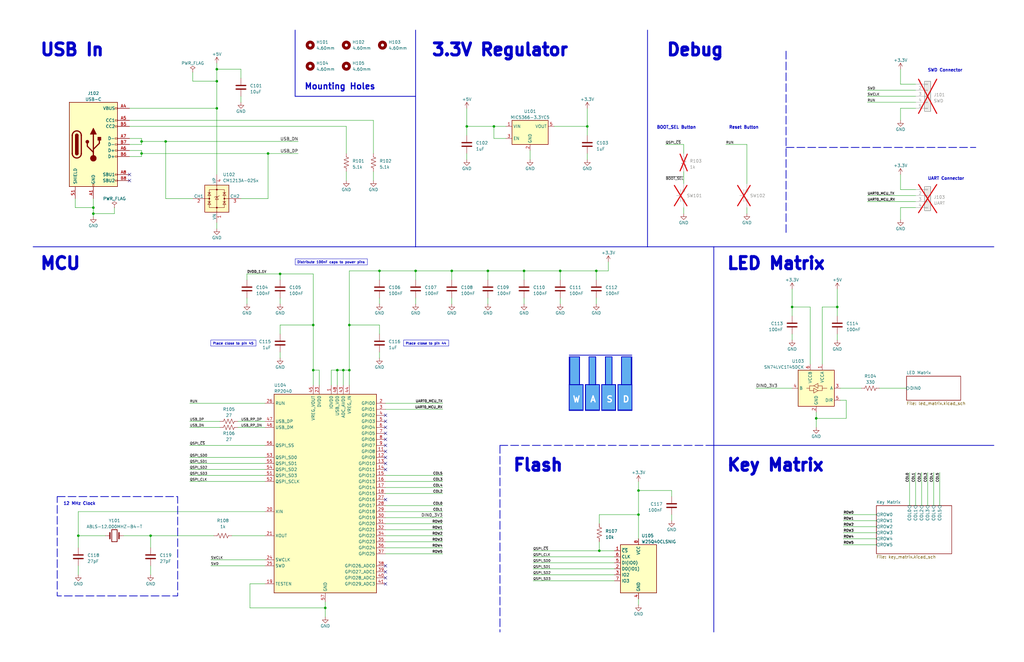
<source format=kicad_sch>
(kicad_sch (version 20230121) (generator eeschema)
  (paper "B")
  (title_block (title "Nifty Numpad") (date "2023-06-10") (rev "${REV}") (comment 1 "Isaac Rex"))
  (junction (at 251.46 114.3))
  (junction (at 132.08 137.16))
  (junction (at 160.02 114.3))
  (junction (at 247.65 53.34))
  (junction (at 142.24 156.21))
  (junction (at 196.85 53.34))
  (junction (at 269.24 207.01))
  (junction (at 91.44 45.72))
  (junction (at 144.78 156.21))
  (junction (at 334.01 129.54))
  (junction (at 63.5 226.06))
  (junction (at 33.02 226.06))
  (junction (at 147.32 137.16))
  (junction (at 91.44 29.21))
  (junction (at 118.11 115.57))
  (junction (at 236.22 114.3))
  (junction (at 59.69 64.77))
  (junction (at 91.44 34.29))
  (junction (at 252.73 232.41))
  (junction (at 220.98 114.3))
  (junction (at 39.37 87.63))
  (junction (at 147.32 156.21))
  (junction (at 208.28 53.34))
  (junction (at 269.24 217.17))
  (junction (at 344.17 176.53))
  (junction (at 59.69 59.69))
  (junction (at 353.06 129.54))
  (junction (at 132.08 156.21))
  (junction (at 39.37 90.17))
  (junction (at 113.03 64.77))
  (junction (at 190.5 114.3))
  (junction (at 175.26 114.3))
  (junction (at 205.74 114.3))
  (junction (at 69.85 59.69))
  (junction (at 137.16 256.54))
  (no_connect (at 54.61 73.66))
  (no_connect (at 162.56 198.12))
  (no_connect (at 162.56 187.96))
  (no_connect (at 162.56 182.88))
  (no_connect (at 162.56 190.5))
  (no_connect (at 162.56 210.82))
  (no_connect (at 162.56 193.04))
  (no_connect (at 162.56 180.34))
  (no_connect (at 162.56 246.38))
  (no_connect (at 162.56 238.76))
  (no_connect (at 162.56 177.8))
  (no_connect (at 54.61 76.2))
  (no_connect (at 162.56 195.58))
  (no_connect (at 162.56 243.84))
  (no_connect (at 162.56 185.42))
  (no_connect (at 162.56 241.3))
  (no_connect (at 162.56 175.26))
  (wire (pts (xy 100.33 180.34) (xy 111.76 180.34)))
  (wire (pts (xy 196.85 64.77) (xy 196.85 67.31)))
  (polyline (pts (xy 259.588 162.306) (xy 259.588 173.228)) (stroke (width 0.3048)))
  (wire (pts (xy 306.07 60.96) (xy 314.96 60.96)))
  (wire (pts (xy 69.85 83.82) (xy 81.28 83.82)))
  (polyline (pts (xy 252.73 162.306) (xy 252.73 173.228)) (stroke (width 0.3048)))
  (polyline (pts (xy 331.47 62.23) (xy 411.48 62.23)) (stroke (width 0.3048) (type dash)))
  (wire (pts (xy 59.69 60.96) (xy 54.61 60.96)))
  (wire (pts (xy 39.37 90.17) (xy 39.37 91.44)))
  (wire (pts (xy 353.06 140.97) (xy 353.06 143.51)))
  (wire (pts (xy 379.73 80.01) (xy 386.08 80.01)))
  (wire (pts (xy 147.32 137.16) (xy 160.02 137.16)))
  (wire (pts (xy 220.98 114.3) (xy 236.22 114.3)))
  (polyline (pts (xy 251.206 162.306) (xy 251.206 150.622)) (stroke (width 0.3048)))
  (wire (pts (xy 388.62 199.39) (xy 388.62 213.36)))
  (polyline (pts (xy 253.746 173.228) (xy 253.746 162.306)) (stroke (width 0.3048)))
  (wire (pts (xy 146.05 53.34) (xy 146.05 64.77)))
  (polyline (pts (xy 251.206 162.306) (xy 252.73 162.306)) (stroke (width 0.3048)))
  (wire (pts (xy 396.24 199.39) (xy 396.24 213.36)))
  (wire (pts (xy 344.17 173.99) (xy 344.17 176.53)))
  (wire (pts (xy 157.48 50.8) (xy 157.48 64.77)))
  (wire (pts (xy 113.03 64.77) (xy 113.03 83.82)))
  (wire (pts (xy 80.01 187.96) (xy 111.76 187.96)))
  (wire (pts (xy 54.61 45.72) (xy 91.44 45.72)))
  (wire (pts (xy 252.73 220.98) (xy 252.73 217.17)))
  (wire (pts (xy 132.08 137.16) (xy 132.08 156.21)))
  (wire (pts (xy 160.02 137.16) (xy 160.02 140.97)))
  (polyline (pts (xy 300.99 104.14) (xy 300.99 187.96)) (stroke (width 0.3048)))
  (polyline (pts (xy 240.03 173.228) (xy 245.872 173.228)) (stroke (width 0.3048)))
  (wire (pts (xy 224.79 245.11) (xy 259.08 245.11)))
  (wire (pts (xy 92.71 180.34) (xy 80.01 180.34)))
  (wire (pts (xy 190.5 114.3) (xy 190.5 118.11)))
  (wire (pts (xy 31.75 83.82) (xy 31.75 87.63)))
  (wire (pts (xy 69.85 59.69) (xy 125.73 59.69)))
  (wire (pts (xy 365.76 43.18) (xy 386.08 43.18)))
  (wire (pts (xy 314.96 60.96) (xy 314.96 77.47)))
  (wire (pts (xy 147.32 114.3) (xy 160.02 114.3)))
  (polyline (pts (xy 244.348 162.306) (xy 244.348 150.622)) (stroke (width 0.3048)))
  (wire (pts (xy 256.54 110.49) (xy 256.54 114.3)))
  (wire (pts (xy 134.62 162.56) (xy 134.62 156.21)))
  (wire (pts (xy 205.74 125.73) (xy 205.74 128.27)))
  (wire (pts (xy 104.14 118.11) (xy 104.14 115.57)))
  (wire (pts (xy 91.44 34.29) (xy 91.44 45.72)))
  (wire (pts (xy 186.69 228.6) (xy 162.56 228.6)))
  (polyline (pts (xy 175.26 104.14) (xy 273.05 104.14)) (stroke (width 0.3048)))
  (wire (pts (xy 59.69 59.69) (xy 59.69 60.96)))
  (wire (pts (xy 59.69 64.77) (xy 59.69 66.04)))
  (wire (pts (xy 353.06 129.54) (xy 353.06 133.35)))
  (polyline (pts (xy 240.03 150.622) (xy 240.03 173.228)) (stroke (width 0.3048)))
  (wire (pts (xy 48.26 90.17) (xy 39.37 90.17)))
  (wire (pts (xy 356.87 168.91) (xy 356.87 176.53)))
  (wire (pts (xy 118.11 148.59) (xy 118.11 151.13)))
  (polyline (pts (xy 300.99 187.96) (xy 210.82 187.96)) (stroke (width 0.3048) (type dash)))
  (wire (pts (xy 81.28 34.29) (xy 91.44 34.29)))
  (wire (pts (xy 59.69 64.77) (xy 113.03 64.77)))
  (wire (pts (xy 236.22 125.73) (xy 236.22 128.27)))
  (wire (pts (xy 269.24 203.2) (xy 269.24 207.01)))
  (wire (pts (xy 269.24 207.01) (xy 269.24 217.17)))
  (wire (pts (xy 54.61 63.5) (xy 59.69 63.5)))
  (wire (pts (xy 365.76 38.1) (xy 386.08 38.1)))
  (wire (pts (xy 186.69 226.06) (xy 162.56 226.06)))
  (wire (pts (xy 118.11 137.16) (xy 132.08 137.16)))
  (wire (pts (xy 69.85 59.69) (xy 69.85 83.82)))
  (wire (pts (xy 118.11 115.57) (xy 118.11 118.11)))
  (wire (pts (xy 383.54 199.39) (xy 383.54 213.36)))
  (wire (pts (xy 63.5 226.06) (xy 63.5 231.14)))
  (polyline (pts (xy 124.46 12.7) (xy 124.46 40.64)) (stroke (width 0.3048)))
  (wire (pts (xy 334.01 129.54) (xy 334.01 133.35)))
  (wire (pts (xy 355.6 222.25) (xy 369.57 222.25)))
  (wire (pts (xy 220.98 114.3) (xy 220.98 118.11)))
  (wire (pts (xy 365.76 40.64) (xy 386.08 40.64)))
  (wire (pts (xy 190.5 125.73) (xy 190.5 128.27)))
  (wire (pts (xy 205.74 114.3) (xy 205.74 118.11)))
  (wire (pts (xy 162.56 172.72) (xy 186.69 172.72)))
  (wire (pts (xy 186.69 205.74) (xy 162.56 205.74)))
  (wire (pts (xy 142.24 156.21) (xy 144.78 156.21)))
  (polyline (pts (xy 266.446 173.228) (xy 260.604 173.228)) (stroke (width 0.3048)))
  (wire (pts (xy 137.16 254) (xy 137.16 256.54)))
  (wire (pts (xy 251.46 114.3) (xy 256.54 114.3)))
  (wire (pts (xy 283.21 217.17) (xy 283.21 219.71)))
  (wire (pts (xy 147.32 137.16) (xy 147.32 156.21)))
  (wire (pts (xy 233.68 53.34) (xy 247.65 53.34)))
  (wire (pts (xy 97.79 226.06) (xy 111.76 226.06)))
  (polyline (pts (xy 246.888 173.228) (xy 246.888 162.306)) (stroke (width 0.3048)))
  (wire (pts (xy 111.76 246.38) (xy 105.41 246.38)))
  (wire (pts (xy 355.6 217.17) (xy 369.57 217.17)))
  (wire (pts (xy 288.29 87.63) (xy 288.29 90.17)))
  (wire (pts (xy 186.69 223.52) (xy 162.56 223.52)))
  (wire (pts (xy 280.67 60.96) (xy 288.29 60.96)))
  (wire (pts (xy 391.16 199.39) (xy 391.16 213.36)))
  (polyline (pts (xy 266.446 150.622) (xy 266.446 173.228)) (stroke (width 0.3048)))
  (wire (pts (xy 365.76 85.09) (xy 386.08 85.09)))
  (wire (pts (xy 186.69 233.68) (xy 162.56 233.68)))
  (wire (pts (xy 334.01 121.92) (xy 334.01 129.54)))
  (wire (pts (xy 354.33 163.83) (xy 363.22 163.83)))
  (wire (pts (xy 288.29 64.77) (xy 288.29 60.96)))
  (wire (pts (xy 224.79 234.95) (xy 259.08 234.95)))
  (wire (pts (xy 33.02 238.76) (xy 33.02 242.57)))
  (wire (pts (xy 269.24 207.01) (xy 283.21 207.01)))
  (wire (pts (xy 213.36 58.42) (xy 208.28 58.42)))
  (polyline (pts (xy 240.03 149.86) (xy 266.446 149.86)) (stroke (width 0.3048)))
  (wire (pts (xy 101.6 40.64) (xy 101.6 43.18)))
  (wire (pts (xy 59.69 66.04) (xy 54.61 66.04)))
  (polyline (pts (xy 260.604 162.306) (xy 262.128 162.306)) (stroke (width 0.3048)))
  (polyline (pts (xy 258.064 162.306) (xy 259.588 162.306)) (stroke (width 0.3048)))
  (wire (pts (xy 334.01 129.54) (xy 341.63 129.54)))
  (wire (pts (xy 80.01 195.58) (xy 111.76 195.58)))
  (wire (pts (xy 386.08 199.39) (xy 386.08 213.36)))
  (wire (pts (xy 196.85 53.34) (xy 196.85 57.15)))
  (wire (pts (xy 88.9 238.76) (xy 111.76 238.76)))
  (wire (pts (xy 105.41 246.38) (xy 105.41 256.54)))
  (wire (pts (xy 213.36 53.34) (xy 208.28 53.34)))
  (wire (pts (xy 157.48 72.39) (xy 157.48 76.2)))
  (polyline (pts (xy 273.05 12.7) (xy 273.05 104.14)) (stroke (width 0.3048)))
  (wire (pts (xy 39.37 87.63) (xy 39.37 90.17)))
  (polyline (pts (xy 246.888 162.306) (xy 248.412 162.306)) (stroke (width 0.3048)))
  (wire (pts (xy 134.62 156.21) (xy 132.08 156.21)))
  (wire (pts (xy 186.69 203.2) (xy 162.56 203.2)))
  (wire (pts (xy 236.22 114.3) (xy 236.22 118.11)))
  (wire (pts (xy 160.02 114.3) (xy 160.02 118.11)))
  (wire (pts (xy 104.14 115.57) (xy 118.11 115.57)))
  (wire (pts (xy 341.63 129.54) (xy 341.63 153.67)))
  (wire (pts (xy 54.61 58.42) (xy 59.69 58.42)))
  (wire (pts (xy 252.73 217.17) (xy 269.24 217.17)))
  (wire (pts (xy 33.02 226.06) (xy 33.02 215.9)))
  (wire (pts (xy 186.69 213.36) (xy 162.56 213.36)))
  (wire (pts (xy 346.71 129.54) (xy 346.71 153.67)))
  (wire (pts (xy 224.79 242.57) (xy 259.08 242.57)))
  (wire (pts (xy 104.14 125.73) (xy 104.14 128.27)))
  (wire (pts (xy 48.26 87.63) (xy 48.26 90.17)))
  (wire (pts (xy 355.6 224.79) (xy 369.57 224.79)))
  (polyline (pts (xy 331.47 21.59) (xy 331.47 99.06)) (stroke (width 0.3048) (type dash)))
  (wire (pts (xy 160.02 148.59) (xy 160.02 151.13)))
  (wire (pts (xy 88.9 236.22) (xy 111.76 236.22)))
  (wire (pts (xy 314.96 87.63) (xy 314.96 90.17)))
  (wire (pts (xy 105.41 256.54) (xy 137.16 256.54)))
  (wire (pts (xy 54.61 50.8) (xy 157.48 50.8)))
  (wire (pts (xy 162.56 218.44) (xy 186.69 218.44)))
  (wire (pts (xy 91.44 29.21) (xy 91.44 34.29)))
  (wire (pts (xy 80.01 193.04) (xy 111.76 193.04)))
  (wire (pts (xy 354.33 168.91) (xy 356.87 168.91)))
  (wire (pts (xy 54.61 53.34) (xy 146.05 53.34)))
  (wire (pts (xy 186.69 200.66) (xy 162.56 200.66)))
  (wire (pts (xy 386.08 45.72) (xy 379.73 45.72)))
  (wire (pts (xy 137.16 256.54) (xy 137.16 260.35)))
  (wire (pts (xy 334.01 140.97) (xy 334.01 143.51)))
  (polyline (pts (xy 245.872 162.306) (xy 244.348 162.306)) (stroke (width 0.3048)))
  (wire (pts (xy 144.78 156.21) (xy 144.78 162.56)))
  (wire (pts (xy 118.11 115.57) (xy 132.08 115.57)))
  (wire (pts (xy 186.69 215.9) (xy 162.56 215.9)))
  (wire (pts (xy 160.02 125.73) (xy 160.02 128.27)))
  (wire (pts (xy 269.24 217.17) (xy 269.24 227.33)))
  (wire (pts (xy 379.73 29.21) (xy 379.73 35.56)))
  (polyline (pts (xy 248.412 162.306) (xy 248.412 150.622)) (stroke (width 0.3048)))
  (polyline (pts (xy 175.26 12.7) (xy 175.26 104.14)) (stroke (width 0.3048)))
  (wire (pts (xy 370.84 163.83) (xy 382.27 163.83)))
  (polyline (pts (xy 260.604 173.228) (xy 260.604 162.306)) (stroke (width 0.3048)))
  (wire (pts (xy 186.69 231.14) (xy 162.56 231.14)))
  (wire (pts (xy 59.69 59.69) (xy 69.85 59.69)))
  (wire (pts (xy 33.02 215.9) (xy 111.76 215.9)))
  (wire (pts (xy 91.44 93.98) (xy 91.44 96.52)))
  (polyline (pts (xy 300.99 187.96) (xy 419.1 187.96)) (stroke (width 0.3048)))
  (polyline (pts (xy 300.99 187.96) (xy 300.99 266.7)) (stroke (width 0.3048)))
  (wire (pts (xy 160.02 114.3) (xy 175.26 114.3)))
  (wire (pts (xy 132.08 115.57) (xy 132.08 137.16)))
  (wire (pts (xy 80.01 198.12) (xy 111.76 198.12)))
  (wire (pts (xy 33.02 226.06) (xy 44.45 226.06)))
  (wire (pts (xy 186.69 220.98) (xy 162.56 220.98)))
  (wire (pts (xy 365.76 82.55) (xy 386.08 82.55)))
  (wire (pts (xy 175.26 114.3) (xy 175.26 118.11)))
  (wire (pts (xy 393.7 199.39) (xy 393.7 213.36)))
  (wire (pts (xy 146.05 72.39) (xy 146.05 76.2)))
  (wire (pts (xy 142.24 156.21) (xy 142.24 162.56)))
  (wire (pts (xy 101.6 33.02) (xy 101.6 29.21)))
  (wire (pts (xy 113.03 83.82) (xy 101.6 83.82)))
  (polyline (pts (xy 13.97 104.14) (xy 175.26 104.14)) (stroke (width 0.3048)))
  (wire (pts (xy 81.28 30.48) (xy 81.28 34.29)))
  (wire (pts (xy 379.73 87.63) (xy 379.73 92.71)))
  (wire (pts (xy 247.65 64.77) (xy 247.65 67.31)))
  (polyline (pts (xy 252.73 173.228) (xy 246.888 173.228)) (stroke (width 0.3048)))
  (wire (pts (xy 247.65 45.72) (xy 247.65 53.34)))
  (wire (pts (xy 63.5 226.06) (xy 90.17 226.06)))
  (wire (pts (xy 379.73 73.66) (xy 379.73 80.01)))
  (polyline (pts (xy 258.064 162.306) (xy 258.064 150.622)) (stroke (width 0.3048)))
  (polyline (pts (xy 210.82 187.96) (xy 210.82 266.7)) (stroke (width 0.3048) (type dash)))
  (wire (pts (xy 80.01 203.2) (xy 111.76 203.2)))
  (wire (pts (xy 346.71 129.54) (xy 353.06 129.54)))
  (wire (pts (xy 355.6 219.71) (xy 369.57 219.71)))
  (wire (pts (xy 224.79 237.49) (xy 259.08 237.49)))
  (wire (pts (xy 236.22 114.3) (xy 251.46 114.3)))
  (polyline (pts (xy 273.05 104.14) (xy 419.1 104.14)) (stroke (width 0.3048)))
  (wire (pts (xy 33.02 231.14) (xy 33.02 226.06)))
  (wire (pts (xy 247.65 53.34) (xy 247.65 57.15)))
  (wire (pts (xy 100.33 177.8) (xy 111.76 177.8)))
  (polyline (pts (xy 255.27 162.306) (xy 255.27 150.622)) (stroke (width 0.3048)))
  (wire (pts (xy 113.03 64.77) (xy 125.73 64.77)))
  (wire (pts (xy 132.08 156.21) (xy 132.08 162.56)))
  (wire (pts (xy 59.69 58.42) (xy 59.69 59.69)))
  (wire (pts (xy 252.73 232.41) (xy 259.08 232.41)))
  (wire (pts (xy 251.46 125.73) (xy 251.46 128.27)))
  (polyline (pts (xy 248.412 150.622) (xy 251.206 150.622)) (stroke (width 0.3048)))
  (wire (pts (xy 386.08 35.56) (xy 379.73 35.56)))
  (polyline (pts (xy 259.588 173.228) (xy 253.746 173.228)) (stroke (width 0.3048)))
  (wire (pts (xy 224.79 232.41) (xy 252.73 232.41)))
  (wire (pts (xy 353.06 121.92) (xy 353.06 129.54)))
  (wire (pts (xy 186.69 208.28) (xy 162.56 208.28)))
  (wire (pts (xy 205.74 114.3) (xy 220.98 114.3)))
  (wire (pts (xy 220.98 125.73) (xy 220.98 128.27)))
  (wire (pts (xy 318.77 163.83) (xy 334.01 163.83)))
  (wire (pts (xy 52.07 226.06) (xy 63.5 226.06)))
  (wire (pts (xy 251.46 114.3) (xy 251.46 118.11)))
  (wire (pts (xy 190.5 114.3) (xy 205.74 114.3)))
  (wire (pts (xy 175.26 125.73) (xy 175.26 128.27)))
  (wire (pts (xy 101.6 29.21) (xy 91.44 29.21)))
  (wire (pts (xy 147.32 156.21) (xy 147.32 162.56)))
  (wire (pts (xy 39.37 87.63) (xy 39.37 83.82)))
  (polyline (pts (xy 240.03 150.622) (xy 244.348 150.622)) (stroke (width 0.3048)))
  (wire (pts (xy 31.75 87.63) (xy 39.37 87.63)))
  (wire (pts (xy 355.6 227.33) (xy 369.57 227.33)))
  (wire (pts (xy 224.79 240.03) (xy 259.08 240.03)))
  (wire (pts (xy 162.56 170.18) (xy 186.69 170.18)))
  (wire (pts (xy 139.7 162.56) (xy 139.7 156.21)))
  (wire (pts (xy 63.5 238.76) (xy 63.5 242.57)))
  (wire (pts (xy 269.24 252.73) (xy 269.24 255.27)))
  (wire (pts (xy 147.32 137.16) (xy 147.32 114.3)))
  (wire (pts (xy 118.11 137.16) (xy 118.11 140.97)))
  (wire (pts (xy 379.73 45.72) (xy 379.73 50.8)))
  (wire (pts (xy 80.01 200.66) (xy 111.76 200.66)))
  (polyline (pts (xy 255.27 150.622) (xy 258.064 150.622)) (stroke (width 0.3048)))
  (polyline (pts (xy 266.446 150.622) (xy 262.128 150.622)) (stroke (width 0.3048)))
  (wire (pts (xy 208.28 53.34) (xy 196.85 53.34)))
  (wire (pts (xy 283.21 209.55) (xy 283.21 207.01)))
  (wire (pts (xy 288.29 72.39) (xy 288.29 77.47)))
  (wire (pts (xy 91.44 26.67) (xy 91.44 29.21)))
  (wire (pts (xy 118.11 125.73) (xy 118.11 128.27)))
  (wire (pts (xy 356.87 176.53) (xy 344.17 176.53)))
  (wire (pts (xy 144.78 156.21) (xy 147.32 156.21)))
  (wire (pts (xy 59.69 63.5) (xy 59.69 64.77)))
  (wire (pts (xy 208.28 58.42) (xy 208.28 53.34)))
  (polyline (pts (xy 245.872 173.228) (xy 245.872 162.306)) (stroke (width 0.3048)))
  (wire (pts (xy 80.01 170.18) (xy 111.76 170.18)))
  (wire (pts (xy 92.71 177.8) (xy 80.01 177.8)))
  (wire (pts (xy 139.7 156.21) (xy 142.24 156.21)))
  (wire (pts (xy 223.52 63.5) (xy 223.52 67.31)))
  (wire (pts (xy 175.26 114.3) (xy 190.5 114.3)))
  (wire (pts (xy 91.44 45.72) (xy 91.44 73.66)))
  (wire (pts (xy 355.6 229.87) (xy 369.57 229.87)))
  (wire (pts (xy 252.73 228.6) (xy 252.73 232.41)))
  (wire (pts (xy 386.08 87.63) (xy 379.73 87.63)))
  (polyline (pts (xy 124.46 40.64) (xy 175.26 40.64)) (stroke (width 0.3048)))
  (wire (pts (xy 344.17 176.53) (xy 344.17 180.34)))
  (wire (pts (xy 196.85 45.72) (xy 196.85 53.34)))
  (polyline (pts (xy 262.128 162.306) (xy 262.128 150.622)) (stroke (width 0.3048)))
  (polyline (pts (xy 253.746 162.306) (xy 255.27 162.306)) (stroke (width 0.3048)))
  (rectangle (start 240.03 162.306) (end 245.872 172.974) (stroke (width 0.3048)) (fill (type color) (color 97 175 239 1)))
  (rectangle (start 24.13 209.55) (end 74.93 251.46) (stroke (width 0.3048) (type dash)))
  (rectangle (start 253.746 162.306) (end 259.588 172.974) (stroke (width 0.3048)) (fill (type color) (color 97 175 239 1)))
  (rectangle (start 260.604 162.306) (end 266.446 172.974) (stroke (width 0.3048)) (fill (type color) (color 97 175 239 1)))
  (rectangle (start 246.888 162.306) (end 252.73 172.974) (stroke (width 0.3048)) (fill (type color) (color 97 175 239 1)))
  (rectangle (start 240.284 150.622) (end 244.348 162.306) (stroke (width 0.3048)) (fill (type color) (color 97 175 239 1)))
  (rectangle (start 255.27 150.622) (end 258.064 162.306) (stroke (width 0.3048)) (fill (type color) (color 97 175 239 1)))
  (rectangle (start 248.412 150.622) (end 251.206 162.306) (stroke (width 0.3048)) (fill (type color) (color 97 175 239 1)))
  (rectangle (start 262.128 150.622) (end 266.192 162.306) (stroke (width 0.3048)) (fill (type color) (color 97 175 239 1)))
  (text_box "Place close to pin 45" (at 88.9 143.51 0) (size 19.05 2.54) (effects (font (size 1.016 1.016) bold) (justify left top)))
  (text_box "Distribute 100nF caps to power pins" (at 124.46 109.22 0) (size 30.48 2.54) (effects (font (size 1.016 1.016) bold) (justify left top)))
  (text_box "Place close to pin 44" (at 170.18 143.51 0) (size 19.05 2.54) (effects (font (size 1.016 1.016) bold) (justify left top)))
  (text "USB In" (at 16.51 24.13 0) (effects (font (size 5.08 5.08) (thickness 2.286) bold) (justify left bottom)))
  (text "UART Connector" (at 391.16 76.2 0) (effects (font (size 1.27 1.27) bold) (justify left bottom)))
  (text "Debug" (at 280.67 24.13 0) (effects (font (size 5.08 5.08) (thickness 2.286) bold) (justify left bottom)))
  (text "12 MHz Clock" (at 26.67 213.36 0) (effects (font (size 1.27 1.27) bold) (justify left bottom)))
  (text "Flash" (at 215.9 199.39 0) (effects (font (size 5.08 5.08) (thickness 2.286) bold) (justify left bottom)))
  (text "SWD Connector" (at 391.16 30.48 0) (effects (font (size 1.27 1.27) bold) (justify left bottom)))
  (text "D" (at 262.382 170.18 0) (effects (font (size 2.54 2.54) bold) (justify left bottom)))
  (text "MCU" (at 16.51 114.3 0) (effects (font (size 5.08 5.08) (thickness 2.286) bold) (justify left bottom)))
  (text "BOOT_SEL Button" (at 276.86 54.61 0) (effects (font (size 1.27 1.27) bold) (justify left bottom)))
  (text "Mounting Holes" (at 128.27 38.1 0) (effects (font (size 2.54 2.54) (thickness 0.508) bold) (justify left bottom)))
  (text "Key Matrix" (at 306.07 199.39 0) (effects (font (size 5.08 5.08) (thickness 2.286) bold) (justify left bottom)))
  (text "A" (at 248.666 170.18 0) (effects (font (size 2.54 2.54) bold) (justify left bottom)))
  (text "LED Matrix" (at 306.07 114.3 0) (effects (font (size 5.08 5.08) (thickness 2.286) bold) (justify left bottom)))
  (text "W" (at 241.3 170.18 0) (effects (font (size 2.54 2.54) bold) (justify left bottom)))
  (text "S" (at 255.524 170.18 0) (effects (font (size 2.54 2.54) bold) (justify left bottom)))
  (text "Reset Button" (at 307.34 54.61 0) (effects (font (size 1.27 1.27) bold) (justify left bottom)))
  (text "3.3V Regulator" (at 181.61 24.13 0) (effects (font (size 5.08 5.08) (thickness 2.286) bold) (justify left bottom)))
  (label "ROW2" (at 186.69 226.06 180) (effects (font (size 1.016 1.016) bold)))
  (label "USB_DN" (at 125.73 59.69 180))
  (label "USB_DP" (at 125.73 64.77 180))
  (label "USB_RP_DN" (at 101.6 180.34 0) (effects (font (size 1.016 1.016))))
  (label "RUN" (at 365.76 43.18 0) (effects (font (size 1.016 1.016))))
  (label "USB_DP" (at 80.01 177.8 0) (effects (font (size 1.016 1.016))))
  (label "DIN0_3V3" (at 186.69 218.44 180))
  (label "COL4" (at 393.7 199.39 270) (effects (font (size 1.016 1.016) bold)))
  (label "SWCLK" (at 88.9 236.22 0) (effects (font (size 1.016 1.016))))
  (label "USB_DN" (at 80.01 180.34 0) (effects (font (size 1.016 1.016))))
  (label "COL2" (at 186.69 208.28 180) (effects (font (size 1.016 1.016) bold)))
  (label "COL1" (at 386.08 199.39 270) (effects (font (size 1.016 1.016) bold)))
  (label "DIN0_3V3" (at 318.77 163.83 0))
  (label "COL5" (at 396.24 199.39 270) (effects (font (size 1.016 1.016) bold)))
  (label "UART0_MCU_TX" (at 365.76 82.55 0) (effects (font (size 1.016 1.016) bold)))
  (label "COL5" (at 186.69 200.66 180) (effects (font (size 1.016 1.016) bold)))
  (label "UART0_MCU_TX" (at 186.69 170.18 180) (effects (font (size 1.016 1.016) bold)))
  (label "COL0" (at 383.54 199.39 270) (effects (font (size 1.016 1.016) bold)))
  (label "QSPI_SD1" (at 224.79 240.03 0) (effects (font (size 1.016 1.016))))
  (label "QSPI_SD3" (at 224.79 245.11 0) (effects (font (size 1.016 1.016))))
  (label "COL3" (at 391.16 199.39 270) (effects (font (size 1.016 1.016) bold)))
  (label "SWD" (at 88.9 238.76 0) (effects (font (size 1.016 1.016))))
  (label "QSPI_SD2" (at 224.79 242.57 0) (effects (font (size 1.016 1.016))))
  (label "QSPI_~{CS}" (at 224.79 232.41 0) (effects (font (size 1.016 1.016))))
  (label "SWD" (at 365.76 38.1 0) (effects (font (size 1.016 1.016))))
  (label "SWCLK" (at 365.76 40.64 0) (effects (font (size 1.016 1.016))))
  (label "QSPI_SD2" (at 80.01 198.12 0) (effects (font (size 1.016 1.016))))
  (label "RUN" (at 306.07 60.96 0) (effects (font (size 1.016 1.016))))
  (label "ROW2" (at 355.6 222.25 0) (effects (font (size 1.016 1.016) bold)))
  (label "ROW3" (at 355.6 224.79 0) (effects (font (size 1.016 1.016) bold)))
  (label "COL3" (at 186.69 203.2 180) (effects (font (size 1.016 1.016) bold)))
  (label "ROW0" (at 186.69 220.98 180) (effects (font (size 1.016 1.016) bold)))
  (label "COL1" (at 186.69 215.9 180) (effects (font (size 1.016 1.016) bold)))
  (label "COL4" (at 186.69 205.74 180) (effects (font (size 1.016 1.016) bold)))
  (label "COL2" (at 388.62 199.39 270) (effects (font (size 1.016 1.016) bold)))
  (label "ROW5" (at 186.69 233.68 180) (effects (font (size 1.016 1.016) bold)))
  (label "QSPI_~{CS}" (at 280.67 60.96 0) (effects (font (size 1.016 1.016))))
  (label "~{BOOT_SEL}" (at 288.29 76.2 180) (effects (font (size 1.016 1.016))))
  (label "ROW3" (at 186.69 228.6 180) (effects (font (size 1.016 1.016) bold)))
  (label "ROW0" (at 355.6 217.17 0) (effects (font (size 1.016 1.016) bold)))
  (label "ROW1" (at 355.6 219.71 0) (effects (font (size 1.016 1.016) bold)))
  (label "ROW4" (at 355.6 227.33 0) (effects (font (size 1.016 1.016) bold)))
  (label "UART0_MCU_RX" (at 186.69 172.72 180) (effects (font (size 1.016 1.016) bold)))
  (label "QSPI_SD0" (at 80.01 193.04 0) (effects (font (size 1.016 1.016))))
  (label "QSPI_CLK" (at 224.79 234.95 0) (effects (font (size 1.016 1.016))))
  (label "RUN" (at 80.01 170.18 0) (effects (font (size 1.016 1.016))))
  (label "QSPI_SD1" (at 80.01 195.58 0) (effects (font (size 1.016 1.016))))
  (label "DVDD_1.1V" (at 104.14 115.57 0) (effects (font (size 1.016 1.016) bold)))
  (label "UART0_MCU_RX" (at 365.76 85.09 0) (effects (font (size 1.016 1.016) bold)))
  (label "USB_RP_DP" (at 101.6 177.8 0) (effects (font (size 1.016 1.016))))
  (label "QSPI_SD3" (at 80.01 200.66 0) (effects (font (size 1.016 1.016))))
  (label "QSPI_SD0" (at 224.79 237.49 0) (effects (font (size 1.016 1.016))))
  (label "ROW4" (at 186.69 231.14 180) (effects (font (size 1.016 1.016) bold)))
  (label "QSPI_~{CS}" (at 80.01 187.96 0) (effects (font (size 1.016 1.016))))
  (label "COL0" (at 186.69 213.36 180) (effects (font (size 1.016 1.016) bold)))
  (label "QSPI_CLK" (at 80.01 203.2 0) (effects (font (size 1.016 1.016))))
  (label "ROW1" (at 186.69 223.52 180) (effects (font (size 1.016 1.016) bold)))
  (label "ROW5" (at 355.6 229.87 0) (effects (font (size 1.016 1.016) bold)))
  (symbol (lib_id "power:+3.3V") (at 379.73 29.21 0) (unit 1)
    (property "Reference" "#PWR0102" (effects hide))
    (property "Value" "+3.3V" (at 379.73 25.4 0))
  )
  (symbol (lib_id "power:GND") (at 344.17 180.34 0) (unit 1)
    (property "Reference" "#PWR0134" (effects hide))
    (property "Value" "GND" (at 344.17 184.15 0))
  )
  (symbol (lib_id "Device:R_US") (at 96.52 177.8 90) (unit 1)
    (property "Reference" "R105" (at 96.52 172.72 90))
    (property "Value" "27" (at 96.52 175.26 90))
    (property "Footprint" "Resistor_SMD:R_0603_1608Metric" (effects hide))
    (property "DigiKey PN" "CR0603-FX-27R0ELFCT-ND" (effects hide))
  )
  (symbol (lib_id "power:GND") (at 160.02 151.13 0) (unit 1)
    (property "Reference" "#PWR0133" (effects hide))
    (property "Value" "GND" (at 160.02 154.94 0))
  )
  (symbol (lib_id "Device:R_US") (at 288.29 68.58 180) (unit 1) (dnp yes)
    (property "Reference" "R103" (at 290.83 67.945 0) (effects (justify right)))
    (property "Value" "1k" (at 290.83 70.485 0) (effects (justify right)))
    (property "Footprint" "Resistor_SMD:R_0603_1608Metric" (effects hide))
    (property "DigiKey PN" "RNCP0603FTD1K00CT-ND" (effects hide))
  )
  (symbol (lib_id "Device:C") (at 104.14 121.92 0) (unit 1)
    (property "Reference" "C104" (at 107.95 121.285 0) (effects (justify left)))
    (property "Value" "100nF" (at 107.95 123.825 0) (effects (justify left)))
    (property "Footprint" "Capacitor_SMD:C_0603_1608Metric" (effects hide))
    (property "DigiKey PN" "1276-1006-1-ND" (effects hide))
  )
  (symbol (lib_id "power:GND") (at 251.46 128.27 0) (unit 1)
    (property "Reference" "#PWR0129" (effects hide))
    (property "Value" "GND" (at 251.46 132.08 0))
  )
  (symbol (lib_id "power:GND") (at 223.52 67.31 0) (unit 1)
    (property "Reference" "#PWR0108" (effects hide))
    (property "Value" "GND" (at 223.52 71.12 0))
  )
  (symbol (lib_id "power:GND") (at 288.29 90.17 0) (unit 1)
    (property "Reference" "#PWR0113" (effects hide))
    (property "Value" "GND" (at 288.29 93.98 0))
  )
  (symbol (lib_id "Device:C") (at 283.21 213.36 0) (unit 1)
    (property "Reference" "C117" (at 279.4 212.725 0) (effects (justify right)))
    (property "Value" "100nF" (at 279.4 215.265 0) (effects (justify right)))
    (property "Footprint" "Capacitor_SMD:C_0603_1608Metric" (effects hide))
    (property "DigiKey PN" "1276-1006-1-ND" (effects hide))
  )
  (symbol (lib_id "Device:C") (at 353.06 137.16 0) (mirror y) (unit 1)
    (property "Reference" "C114" (at 356.87 136.525 0) (effects (justify right)))
    (property "Value" "100nF" (at 356.87 139.065 0) (effects (justify right)))
    (property "Footprint" "Capacitor_SMD:C_0603_1608Metric" (effects hide))
    (property "DigiKey PN" "1276-1006-1-ND" (effects hide))
  )
  (symbol (lib_id "Device:Crystal") (at 48.26 226.06 0) (unit 1)
    (property "Reference" "Y101" (at 48.26 219.71 0))
    (property "Value" "ABLS-12.000MHZ-B4-T" (at 48.26 222.25 0))
    (property "Footprint" "Crystal:Crystal_SMD_HC49-SD" (effects hide))
    (property "Datasheet" "https://abracon.com/Resonators/ABLS.pdf" (effects hide))
    (property "DigiKey PN" "535-10218-1-ND" (effects hide))
  )
  (symbol (lib_id "Device:R_US") (at 157.48 68.58 0) (unit 1)
    (property "Reference" "R102" (at 160.02 67.945 0) (effects (justify left)))
    (property "Value" "5.1k" (at 160.02 70.485 0) (effects (justify left)))
    (property "Footprint" "Resistor_SMD:R_0603_1608Metric" (effects hide))
    (property "DigiKey PN" "CR0603-FX-5101ELFCT-ND" (effects hide))
  )
  (symbol (lib_id "Device:C") (at 220.98 121.92 0) (unit 1)
    (property "Reference" "C110" (at 224.79 121.285 0) (effects (justify left)))
    (property "Value" "100nF" (at 224.79 123.825 0) (effects (justify left)))
    (property "Footprint" "Capacitor_SMD:C_0603_1608Metric" (effects hide))
    (property "DigiKey PN" "1276-1006-1-ND" (effects hide))
  )
  (symbol (lib_id "Device:C") (at 175.26 121.92 0) (unit 1)
    (property "Reference" "C107" (at 179.07 121.285 0) (effects (justify left)))
    (property "Value" "100nF" (at 179.07 123.825 0) (effects (justify left)))
    (property "Footprint" "Capacitor_SMD:C_0603_1608Metric" (effects hide))
    (property "DigiKey PN" "1276-1006-1-ND" (effects hide))
  )
  (symbol (lib_id "Device:C") (at 160.02 121.92 0) (unit 1)
    (property "Reference" "C106" (at 163.83 121.285 0) (effects (justify left)))
    (property "Value" "100nF" (at 163.83 123.825 0) (effects (justify left)))
    (property "Footprint" "Capacitor_SMD:C_0603_1608Metric" (effects hide))
    (property "DigiKey PN" "1276-1006-1-ND" (effects hide))
  )
  (symbol (lib_id "power:+5V") (at 196.85 45.72 0) (unit 1)
    (property "Reference" "#PWR0104" (effects hide))
    (property "Value" "+5V" (at 196.85 41.91 0))
  )
  (symbol (lib_id "Device:C") (at 118.11 144.78 0) (mirror y) (unit 1)
    (property "Reference" "C115" (at 114.3 144.145 0) (effects (justify left)))
    (property "Value" "1uF" (at 114.3 146.685 0) (effects (justify left)))
    (property "Footprint" "Capacitor_SMD:C_0603_1608Metric" (effects hide))
    (property "DigiKey PN" "1276-6524-1-ND" (effects hide))
  )
  (symbol (lib_id "power:GND") (at 196.85 67.31 0) (unit 1)
    (property "Reference" "#PWR0107" (effects hide))
    (property "Value" "GND" (at 196.85 71.12 0))
  )
  (symbol (lib_id "power:GND") (at 220.98 128.27 0) (unit 1)
    (property "Reference" "#PWR0127" (effects hide))
    (property "Value" "GND" (at 220.98 132.08 0))
  )
  (symbol (lib_id "power:+5V") (at 91.44 26.67 0) (unit 1)
    (property "Reference" "#PWR0101" (effects hide))
    (property "Value" "+5V" (at 91.44 22.86 0))
  )
  (symbol (lib_id "power:GND") (at 175.26 128.27 0) (unit 1)
    (property "Reference" "#PWR0124" (effects hide))
    (property "Value" "GND" (at 175.26 132.08 0))
  )
  (symbol (lib_id "Mechanical:MountingHole") (at 146.05 27.94 0) (unit 1)
    (property "Reference" "H105" (at 148.59 26.67 0) (effects (justify left)))
    (property "Value" "4.60mm" (at 148.59 29.21 0) (effects (justify left)))
    (property "Footprint" "irex_MountingHole:MountingHole_6.0mm_ReducedCourtyard" (effects hide))
  )
  (symbol (lib_id "Device:C") (at 190.5 121.92 0) (unit 1)
    (property "Reference" "C108" (at 194.31 121.285 0) (effects (justify left)))
    (property "Value" "100nF" (at 194.31 123.825 0) (effects (justify left)))
    (property "Footprint" "Capacitor_SMD:C_0603_1608Metric" (effects hide))
    (property "DigiKey PN" "1276-1006-1-ND" (effects hide))
  )
  (symbol (lib_id "power:GND") (at 283.21 219.71 0) (unit 1)
    (property "Reference" "#PWR0136" (effects hide))
    (property "Value" "GND" (at 283.21 223.52 0))
  )
  (symbol (lib_id "Device:C") (at 160.02 144.78 0) (unit 1)
    (property "Reference" "C116" (at 163.83 144.145 0) (effects (justify left)))
    (property "Value" "1uF" (at 163.83 146.685 0) (effects (justify left)))
    (property "Footprint" "Capacitor_SMD:C_0603_1608Metric" (effects hide))
    (property "DigiKey PN" "1276-6524-1-ND" (effects hide))
  )
  (symbol (lib_id "power:GND") (at 247.65 67.31 0) (unit 1)
    (property "Reference" "#PWR0109" (effects hide))
    (property "Value" "GND" (at 247.65 71.12 0))
  )
  (symbol (lib_id "Memory_Flash:W25Q32JVSS") (at 269.24 240.03 0) (unit 1)
    (property "Reference" "U105" (at 270.51 226.06 0) (effects (justify left)))
    (property "Value" "W25Q40CLSNIG" (at 270.51 228.6 0) (effects (justify left)))
    (property "Footprint" "Package_SO:SOIC-8_3.9x4.9mm_P1.27mm" (effects hide))
    (property "Datasheet" "http://www.winbond.com/resource-files/w25q32jv%20revg%2003272018%20plus.pdf" (effects hide))
    (property "DigiKey PN" "W25Q40CLSNIG-ND" (effects hide))
  )
  (symbol (lib_id "power:GND") (at 157.48 76.2 0) (unit 1)
    (property "Reference" "#PWR0112" (effects hide))
    (property "Value" "GND" (at 157.48 80.01 0))
  )
  (symbol (lib_id "Mechanical:MountingHole") (at 161.29 19.05 0) (unit 1)
    (property "Reference" "H103" (at 163.83 17.78 0) (effects (justify left)))
    (property "Value" "4.60mm" (at 163.83 20.32 0) (effects (justify left)))
    (property "Footprint" "irex_MountingHole:MountingHole_6.0mm_ReducedCourtyard" (effects hide))
  )
  (symbol (lib_id "Device:C") (at 205.74 121.92 0) (unit 1)
    (property "Reference" "C109" (at 209.55 121.285 0) (effects (justify left)))
    (property "Value" "100nF" (at 209.55 123.825 0) (effects (justify left)))
    (property "Footprint" "Capacitor_SMD:C_0603_1608Metric" (effects hide))
    (property "DigiKey PN" "1276-1006-1-ND" (effects hide))
  )
  (symbol (lib_id "power:+3.3V") (at 334.01 121.92 0) (unit 1)
    (property "Reference" "#PWR0119" (effects hide))
    (property "Value" "+3.3V" (at 334.01 118.11 0))
  )
  (symbol (lib_id "power:PWR_FLAG") (at 81.28 30.48 0) (unit 1)
    (property "Reference" "#FLG0101" (effects hide))
    (property "Value" "PWR_FLAG" (at 81.28 26.67 0))
  )
  (symbol (lib_id "power:GND") (at 118.11 151.13 0) (unit 1)
    (property "Reference" "#PWR0132" (effects hide))
    (property "Value" "GND" (at 118.11 154.94 0))
  )
  (symbol (lib_id "power:GND") (at 334.01 143.51 0) (unit 1)
    (property "Reference" "#PWR0130" (effects hide))
    (property "Value" "GND" (at 334.01 147.32 0))
  )
  (symbol (lib_id "Switch:SW_Push") (at 288.29 82.55 90) (unit 1) (dnp yes)
    (property "Reference" "SW101" (at 289.56 82.55 90) (effects (justify right)))
    (property "Value" "PTS636 SL43 SMTR LFS" (effects hide))
    (property "Footprint" "irex_Button_Switch_SMD:SW-PUSH-6x3.5mm_CK-PTS636SL43x_HandSolder" (effects hide))
    (property "Datasheet" "https://www.ckswitches.com/media/2779/pts636.pdf" (effects hide))
    (property "DigiKey PN" "CKN12309-1-ND" (effects hide))
  )
  (symbol (lib_id "power:GND") (at 39.37 91.44 0) (unit 1)
    (property "Reference" "#PWR0115" (effects hide))
    (property "Value" "GND" (at 39.37 95.25 0))
  )
  (symbol (lib_id "power:GND") (at 160.02 128.27 0) (unit 1)
    (property "Reference" "#PWR0123" (effects hide))
    (property "Value" "GND" (at 160.02 132.08 0))
  )
  (symbol (lib_id "power:+3.3V") (at 247.65 45.72 0) (unit 1)
    (property "Reference" "#PWR0105" (effects hide))
    (property "Value" "+3.3V" (at 247.65 41.91 0))
  )
  (symbol (lib_id "power:+3.3V") (at 256.54 110.49 0) (unit 1)
    (property "Reference" "#PWR0118" (effects hide))
    (property "Value" "+3.3V" (at 256.54 106.68 0))
  )
  (symbol (lib_id "Device:C") (at 63.5 234.95 0) (unit 1)
    (property "Reference" "C119" (at 67.31 234.315 0) (effects (justify left)))
    (property "Value" "27pF" (at 67.31 236.855 0) (effects (justify left)))
    (property "Footprint" "Capacitor_SMD:C_0603_1608Metric" (effects hide))
    (property "DigiKey PN" "1276-2247-1-ND" (effects hide))
  )
  (symbol (lib_id "Switch:SW_Push") (at 314.96 82.55 90) (unit 1) (dnp yes)
    (property "Reference" "SW102" (at 316.23 82.55 90) (effects (justify right)))
    (property "Value" "PTS636 SL43 SMTR LFS" (effects hide))
    (property "Footprint" "irex_Button_Switch_SMD:SW-PUSH-6x3.5mm_CK-PTS636SL43x_HandSolder" (effects hide))
    (property "Datasheet" "https://www.ckswitches.com/media/2779/pts636.pdf" (effects hide))
    (property "DigiKey PN" "CKN12309-1-ND" (effects hide))
  )
  (symbol (lib_id "power:GND") (at 190.5 128.27 0) (unit 1)
    (property "Reference" "#PWR0125" (effects hide))
    (property "Value" "GND" (at 190.5 132.08 0))
  )
  (symbol (lib_id "power:GND") (at 379.73 50.8 0) (unit 1)
    (property "Reference" "#PWR0106" (effects hide))
    (property "Value" "GND" (at 379.73 54.61 0))
  )
  (symbol (lib_id "Device:R_US") (at 252.73 224.79 0) (unit 1)
    (property "Reference" "R107" (at 255.27 224.155 0) (effects (justify left)))
    (property "Value" "10k" (at 255.27 226.695 0) (effects (justify left)))
    (property "Footprint" "Resistor_SMD:R_0603_1608Metric" (effects hide))
    (property "DigiKey PN" "RNCP0603FTD1K00CT-ND" (effects hide))
  )
  (symbol (lib_id "Device:C") (at 334.01 137.16 0) (unit 1)
    (property "Reference" "C113" (at 330.2 136.525 0) (effects (justify right)))
    (property "Value" "100nF" (at 330.2 139.065 0) (effects (justify right)))
    (property "Footprint" "Capacitor_SMD:C_0603_1608Metric" (effects hide))
    (property "DigiKey PN" "1276-1006-1-ND" (effects hide))
  )
  (symbol (lib_id "power:+3.3V") (at 269.24 203.2 0) (unit 1)
    (property "Reference" "#PWR0135" (effects hide))
    (property "Value" "+3.3V" (at 269.24 199.39 0))
  )
  (symbol (lib_id "Regulator_Linear:MIC5366-3.3YC5") (at 223.52 55.88 0) (unit 1)
    (property "Reference" "U101" (at 223.52 46.99 0))
    (property "Value" "MIC5366-3.3YC5" (at 223.52 49.53 0))
    (property "Footprint" "Package_TO_SOT_SMD:SOT-353_SC-70-5" (effects hide))
    (property "Datasheet" "http://ww1.microchip.com/downloads/en/DeviceDoc/mic5365.pdf" (effects hide))
    (property "DigiKey PN" "576-3215-1-ND" (effects hide))
  )
  (symbol (lib_id "Connector:USB_C_Receptacle_USB2.0") (at 39.37 60.96 0) (unit 1)
    (property "Reference" "J102" (at 39.37 39.37 0))
    (property "Value" "USB-C" (at 39.37 41.91 0))
    (property "Footprint" "irex_Connector_USB:USB_C_Receptacle_GCT_USB4105-GF-A-060" (effects hide))
    (property "Datasheet" "https://www.usb.org/sites/default/files/documents/usb_type-c.zip" (effects hide))
    (property "DigiKey PN" "2073-USB4105-GF-A-060CT-ND" (effects hide))
  )
  (symbol (lib_id "Device:R_US") (at 93.98 226.06 90) (unit 1)
    (property "Reference" "R108" (at 93.98 219.71 90))
    (property "Value" "1k" (at 93.98 222.25 90))
    (property "Footprint" "Resistor_SMD:R_0603_1608Metric" (effects hide))
    (property "DigiKey PN" "RNCP0603FTD1K00CT-ND" (effects hide))
  )
  (symbol (lib_id "Device:C") (at 247.65 60.96 0) (unit 1)
    (property "Reference" "C103" (at 251.46 60.325 0) (effects (justify left)))
    (property "Value" "1uF" (at 251.46 62.865 0) (effects (justify left)))
    (property "Footprint" "Capacitor_SMD:C_0603_1608Metric" (effects hide))
    (property "DigiKey PN" "1276-6524-1-ND" (effects hide))
  )
  (symbol (lib_id "Device:C") (at 101.6 36.83 0) (unit 1)
    (property "Reference" "C101" (at 105.41 36.195 0) (effects (justify left)))
    (property "Value" "10uF" (at 105.41 38.735 0) (effects (justify left)))
    (property "Footprint" "Capacitor_SMD:C_0603_1608Metric" (effects hide))
    (property "DigiKey PN" "490-10475-1-ND" (effects hide))
  )
  (symbol (lib_id "power:GND") (at 379.73 92.71 0) (unit 1)
    (property "Reference" "#PWR0116" (effects hide))
    (property "Value" "GND" (at 379.73 96.52 0))
  )
  (symbol (lib_id "Device:C") (at 118.11 121.92 0) (unit 1)
    (property "Reference" "C105" (at 121.92 121.285 0) (effects (justify left)))
    (property "Value" "100nF" (at 121.92 123.825 0) (effects (justify left)))
    (property "Footprint" "Capacitor_SMD:C_0603_1608Metric" (effects hide))
    (property "DigiKey PN" "1276-1006-1-ND" (effects hide))
  )
  (symbol (lib_id "power:GND") (at 91.44 96.52 0) (unit 1)
    (property "Reference" "#PWR0117" (effects hide))
    (property "Value" "GND" (at 91.44 100.33 0))
  )
  (symbol (lib_id "Mechanical:MountingHole") (at 130.81 19.05 0) (unit 1)
    (property "Reference" "H101" (at 133.35 17.78 0) (effects (justify left)))
    (property "Value" "4.60mm" (at 133.35 20.32 0) (effects (justify left)))
    (property "Footprint" "irex_MountingHole:MountingHole_6.0mm_ReducedCourtyard" (effects hide))
  )
  (symbol (lib_id "Mechanical:MountingHole") (at 130.81 27.94 0) (unit 1)
    (property "Reference" "H104" (at 133.35 26.67 0) (effects (justify left)))
    (property "Value" "4.60mm" (at 133.35 29.21 0) (effects (justify left)))
    (property "Footprint" "irex_MountingHole:MountingHole_6.0mm_ReducedCourtyard" (effects hide))
  )
  (symbol (lib_id "Device:C") (at 196.85 60.96 0) (unit 1)
    (property "Reference" "C102" (at 200.66 60.325 0) (effects (justify left)))
    (property "Value" "1uF" (at 200.66 62.865 0) (effects (justify left)))
    (property "Footprint" "Capacitor_SMD:C_0603_1608Metric" (effects hide))
    (property "DigiKey PN" "1276-6524-1-ND" (effects hide))
  )
  (symbol (lib_id "Device:R_US") (at 146.05 68.58 0) (unit 1)
    (property "Reference" "R101" (at 148.59 67.945 0) (effects (justify left)))
    (property "Value" "5.1k" (at 148.59 70.485 0) (effects (justify left)))
    (property "Footprint" "Resistor_SMD:R_0603_1608Metric" (effects hide))
    (property "DigiKey PN" "CR0603-FX-5101ELFCT-ND" (effects hide))
  )
  (symbol (lib_id "Device:R_US") (at 96.52 180.34 90) (unit 1)
    (property "Reference" "R106" (at 96.52 182.88 90))
    (property "Value" "27" (at 96.52 185.42 90))
    (property "Footprint" "Resistor_SMD:R_0603_1608Metric" (effects hide))
    (property "DigiKey PN" "CR0603-FX-27R0ELFCT-ND" (effects hide))
  )
  (symbol (lib_id "power:GND") (at 104.14 128.27 0) (unit 1)
    (property "Reference" "#PWR0121" (effects hide))
    (property "Value" "GND" (at 104.14 132.08 0))
  )
  (symbol (lib_id "MCU_RaspberryPi:RP2040") (at 137.16 208.28 0) (unit 1)
    (property "Reference" "U104" (at 115.57 162.56 0) (effects (justify left)))
    (property "Value" "RP2040" (at 115.57 165.1 0) (effects (justify left)))
    (property "Footprint" "Package_DFN_QFN:QFN-56-1EP_7x7mm_P0.4mm_EP3.2x3.2mm" (effects hide))
    (property "Datasheet" "https://datasheets.raspberrypi.com/rp2040/rp2040-datasheet.pdf" (effects hide))
    (property "DigiKey PN" "2648-SC0914(13)CT-ND" (effects hide))
  )
  (symbol (lib_id "power:GND") (at 137.16 260.35 0) (unit 1)
    (property "Reference" "#PWR0140" (effects hide))
    (property "Value" "GND" (at 137.16 264.16 0))
  )
  (symbol (lib_id "power:GND") (at 101.6 43.18 0) (unit 1)
    (property "Reference" "#PWR0103" (effects hide))
    (property "Value" "GND" (at 101.6 46.99 0))
  )
  (symbol (lib_id "power:GND") (at 314.96 90.17 0) (unit 1)
    (property "Reference" "#PWR0114" (effects hide))
    (property "Value" "GND" (at 314.96 93.98 0))
  )
  (symbol (lib_id "power:+5V") (at 353.06 121.92 0) (unit 1)
    (property "Reference" "#PWR0120" (effects hide))
    (property "Value" "+5V" (at 353.06 118.11 0))
  )
  (symbol (lib_id "power:GND") (at 33.02 242.57 0) (unit 1)
    (property "Reference" "#PWR0137" (effects hide))
    (property "Value" "GND" (at 33.02 246.38 0))
  )
  (symbol (lib_id "power:GND") (at 118.11 128.27 0) (unit 1)
    (property "Reference" "#PWR0122" (effects hide))
    (property "Value" "GND" (at 118.11 132.08 0))
  )
  (symbol (lib_id "power:GND") (at 205.74 128.27 0) (unit 1)
    (property "Reference" "#PWR0126" (effects hide))
    (property "Value" "GND" (at 205.74 132.08 0))
  )
  (symbol (lib_id "Device:C") (at 236.22 121.92 0) (unit 1)
    (property "Reference" "C111" (at 240.03 121.285 0) (effects (justify left)))
    (property "Value" "100nF" (at 240.03 123.825 0) (effects (justify left)))
    (property "Footprint" "Capacitor_SMD:C_0603_1608Metric" (effects hide))
    (property "DigiKey PN" "1276-1006-1-ND" (effects hide))
  )
  (symbol (lib_id "irex_Power_Protection:CM1213A−02Sx") (at 91.44 83.82 0) (unit 1)
    (property "Reference" "U102" (at 93.98 73.66 0) (effects (justify left)))
    (property "Value" "CM1213A−02Sx" (at 93.98 76.2 0) (effects (justify left)))
    (property "Footprint" "Package_TO_SOT_SMD:SOT-143" (effects hide))
    (property "Datasheet" "https://www.onsemi.com/pdf/datasheet/cm1213a-d.pdf" (effects hide))
    (property "DigiKey PN" "CM1213A-02SROSCT-ND" (effects hide))
  )
  (symbol (lib_id "Device:C") (at 251.46 121.92 0) (unit 1)
    (property "Reference" "C112" (at 255.27 121.285 0) (effects (justify left)))
    (property "Value" "100nF" (at 255.27 123.825 0) (effects (justify left)))
    (property "Footprint" "Capacitor_SMD:C_0603_1608Metric" (effects hide))
    (property "DigiKey PN" "1276-1006-1-ND" (effects hide))
  )
  (symbol (lib_id "power:GND") (at 146.05 76.2 0) (unit 1)
    (property "Reference" "#PWR0111" (effects hide))
    (property "Value" "GND" (at 146.05 80.01 0))
  )
  (symbol (lib_id "Connector_Generic:Conn_01x05") (at 391.16 40.64 0) (unit 1) (dnp yes)
    (property "Reference" "J101" (at 393.7 40.005 0) (effects (justify left)))
    (property "Value" "SWD" (at 393.7 42.545 0) (effects (justify left)))
    (property "Footprint" "Connector_PinHeader_2.54mm:PinHeader_1x05_P2.54mm_Vertical" (effects hide))
    (property "DigiKey PN" "2057-PH1-05-UA-ND" (effects hide))
  )
  (symbol (lib_id "Device:C") (at 33.02 234.95 0) (unit 1)
    (property "Reference" "C118" (at 36.83 234.315 0) (effects (justify left)))
    (property "Value" "27pF" (at 36.83 236.855 0) (effects (justify left)))
    (property "Footprint" "Capacitor_SMD:C_0603_1608Metric" (effects hide))
    (property "DigiKey PN" "1276-2247-1-ND" (effects hide))
  )
  (symbol (lib_id "power:GND") (at 269.24 255.27 0) (unit 1)
    (property "Reference" "#PWR0139" (effects hide))
    (property "Value" "GND" (at 269.24 259.08 0))
  )
  (symbol (lib_id "Connector_Generic:Conn_01x04") (at 391.16 82.55 0) (unit 1) (dnp yes)
    (property "Reference" "J103" (at 393.7 83.185 0) (effects (justify left)))
    (property "Value" "UART" (at 393.7 85.725 0) (effects (justify left)))
    (property "Footprint" "Connector_PinHeader_2.54mm:PinHeader_1x04_P2.54mm_Vertical" (effects hide))
    (property "DigiKey PN" "2057-PH1-04-UA-ND" (effects hide))
  )
  (symbol (lib_id "Device:R_US") (at 367.03 163.83 90) (unit 1)
    (property "Reference" "R104" (at 367.03 158.75 90))
    (property "Value" "330" (at 367.03 161.29 90))
    (property "Footprint" "Resistor_SMD:R_0603_1608Metric" (effects hide))
    (property "DigiKey PN" "CR0603-FX-3300ELFCT-ND" (effects hide))
  )
  (symbol (lib_id "power:PWR_FLAG") (at 48.26 87.63 0) (unit 1)
    (property "Reference" "#FLG0102" (effects hide))
    (property "Value" "PWR_FLAG" (at 48.26 83.82 0))
  )
  (symbol (lib_id "Logic_LevelTranslator:SN74LVC1T45DCK") (at 344.17 163.83 0) (mirror y) (unit 1)
    (property "Reference" "U103" (at 339.09 152.4 0) (effects (justify left)))
    (property "Value" "SN74LVC1T45DCK" (at 339.09 154.94 0) (effects (justify left)))
    (property "Footprint" "Package_TO_SOT_SMD:SOT-363_SC-70-6" (effects hide))
    (property "Datasheet" "http://www.ti.com/lit/ds/symlink/sn74lvc1t45.pdf" (effects hide))
    (property "DigiKey PN" "31-74LVC1T45DW-7CT-ND" (effects hide))
  )
  (symbol (lib_id "power:GND") (at 353.06 143.51 0) (unit 1)
    (property "Reference" "#PWR0131" (effects hide))
    (property "Value" "GND" (at 353.06 147.32 0))
  )
  (symbol (lib_id "power:GND") (at 63.5 242.57 0) (unit 1)
    (property "Reference" "#PWR0138" (effects hide))
    (property "Value" "GND" (at 63.5 246.38 0))
  )
  (symbol (lib_id "power:+3.3V") (at 379.73 73.66 0) (unit 1)
    (property "Reference" "#PWR0110" (effects hide))
    (property "Value" "+3.3V" (at 379.73 69.85 0))
  )
  (symbol (lib_id "power:GND") (at 236.22 128.27 0) (unit 1)
    (property "Reference" "#PWR0128" (effects hide))
    (property "Value" "GND" (at 236.22 132.08 0))
  )
  (symbol (lib_id "Mechanical:MountingHole") (at 146.05 19.05 0) (unit 1)
    (property "Reference" "H102" (at 148.59 17.78 0) (effects (justify left)))
    (property "Value" "4.60mm" (at 148.59 20.32 0) (effects (justify left)))
    (property "Footprint" "irex_MountingHole:MountingHole_6.0mm_ReducedCourtyard" (effects hide))
  )
  (sheet (at 369.57 213.36) (size 31.75 20.32) (stroke (width 0.1524))
    (property "Sheetname" "Key Matrix" (at 369.57 212.6484 0) (effects (justify left bottom)))
    (property "Sheetfile" "key_matrix.kicad_sch" (at 369.57 234.2646 0) (effects (justify left top)))
    (pin "COL3" input (at 391.16 213.36 90))
    (pin "COL2" input (at 388.62 213.36 90))
    (pin "COL4" input (at 393.7 213.36 90))
    (pin "COL5" input (at 396.24 213.36 90))
    (pin "COL0" input (at 383.54 213.36 90))
    (pin "ROW0" output (at 369.57 217.17 180))
    (pin "COL1" input (at 386.08 213.36 90))
    (pin "ROW1" output (at 369.57 219.71 180))
    (pin "ROW2" output (at 369.57 222.25 180))
    (pin "ROW5" output (at 369.57 229.87 180))
    (pin "ROW4" output (at 369.57 227.33 180))
    (pin "ROW3" output (at 369.57 224.79 180))
  )
  (sheet (at 382.27 158.75) (size 22.86 10.16) (stroke (width 0.1524))
    (property "Sheetname" "LED Matrix" (at 382.27 158.0384 0) (effects (justify left bottom)))
    (property "Sheetfile" "led_matrix.kicad_sch" (at 382.27 169.4946 0) (effects (justify left top)))
    (pin "DIN0" input (at 382.27 163.83 180))
  )
)
</source>
